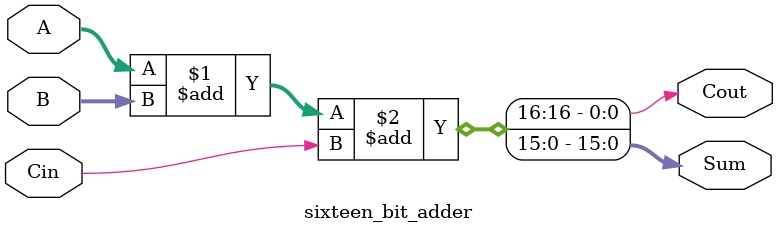
<source format=v>
`timescale 1ns / 1ps


module sixteen_bit_adder(Sum,Cout,A,B,Cin);

input [15:0]A,B;
input Cin;
output [15:0]Sum;
output Cout;

assign {Cout,Sum}=A+B+Cin;




endmodule

</source>
